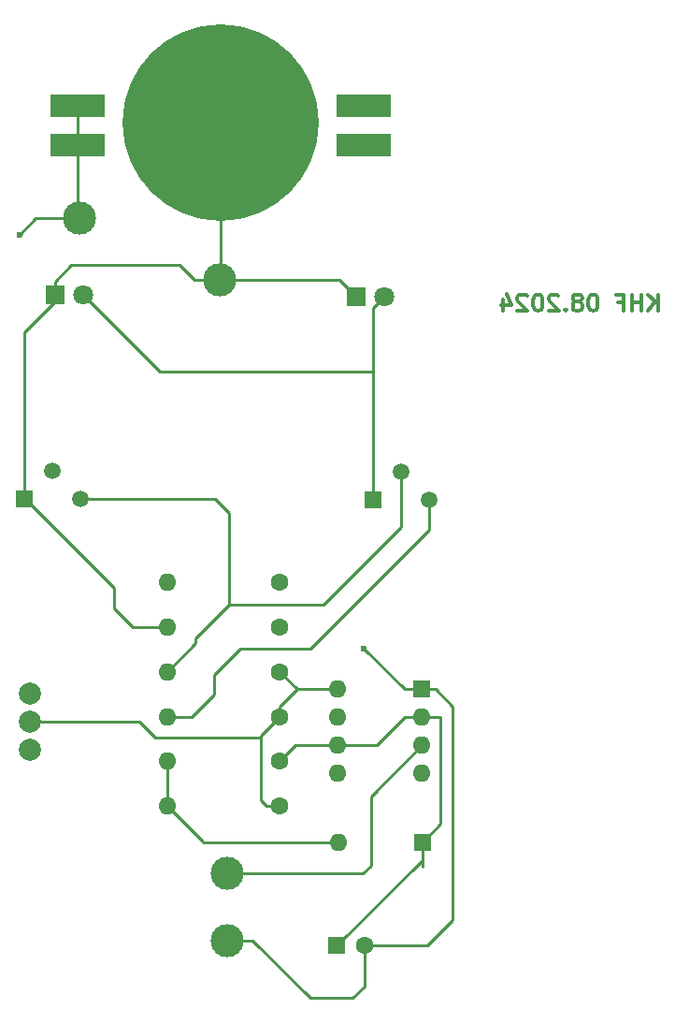
<source format=gbr>
%TF.GenerationSoftware,KiCad,Pcbnew,7.0.8*%
%TF.CreationDate,2024-09-06T18:28:13+02:00*%
%TF.ProjectId,Cow,436f772e-6b69-4636-9164-5f7063625858,rev?*%
%TF.SameCoordinates,Original*%
%TF.FileFunction,Copper,L2,Bot*%
%TF.FilePolarity,Positive*%
%FSLAX46Y46*%
G04 Gerber Fmt 4.6, Leading zero omitted, Abs format (unit mm)*
G04 Created by KiCad (PCBNEW 7.0.8) date 2024-09-06 18:28:13*
%MOMM*%
%LPD*%
G01*
G04 APERTURE LIST*
%ADD10C,0.300000*%
%TA.AperFunction,NonConductor*%
%ADD11C,0.300000*%
%TD*%
%TA.AperFunction,SMDPad,CuDef*%
%ADD12C,3.000000*%
%TD*%
%TA.AperFunction,ComponentPad*%
%ADD13R,1.800000X1.800000*%
%TD*%
%TA.AperFunction,ComponentPad*%
%ADD14C,1.800000*%
%TD*%
%TA.AperFunction,ComponentPad*%
%ADD15R,1.500000X1.500000*%
%TD*%
%TA.AperFunction,ComponentPad*%
%ADD16C,1.500000*%
%TD*%
%TA.AperFunction,ComponentPad*%
%ADD17R,1.600000X1.600000*%
%TD*%
%TA.AperFunction,ComponentPad*%
%ADD18C,1.600000*%
%TD*%
%TA.AperFunction,ComponentPad*%
%ADD19C,2.000000*%
%TD*%
%TA.AperFunction,ComponentPad*%
%ADD20O,1.600000X1.600000*%
%TD*%
%TA.AperFunction,SMDPad,CuDef*%
%ADD21R,5.000000X2.000000*%
%TD*%
%TA.AperFunction,SMDPad,CuDef*%
%ADD22C,17.780000*%
%TD*%
%TA.AperFunction,ViaPad*%
%ADD23C,0.600000*%
%TD*%
%TA.AperFunction,Conductor*%
%ADD24C,0.250000*%
%TD*%
G04 APERTURE END LIST*
D10*
D11*
X177495489Y-82400828D02*
X177495489Y-80900828D01*
X176638346Y-82400828D02*
X177281203Y-81543685D01*
X176638346Y-80900828D02*
X177495489Y-81757971D01*
X175995489Y-82400828D02*
X175995489Y-80900828D01*
X175995489Y-81615114D02*
X175138346Y-81615114D01*
X175138346Y-82400828D02*
X175138346Y-80900828D01*
X173924060Y-81615114D02*
X174424060Y-81615114D01*
X174424060Y-82400828D02*
X174424060Y-80900828D01*
X174424060Y-80900828D02*
X173709774Y-80900828D01*
X171709774Y-80900828D02*
X171566917Y-80900828D01*
X171566917Y-80900828D02*
X171424060Y-80972257D01*
X171424060Y-80972257D02*
X171352632Y-81043685D01*
X171352632Y-81043685D02*
X171281203Y-81186542D01*
X171281203Y-81186542D02*
X171209774Y-81472257D01*
X171209774Y-81472257D02*
X171209774Y-81829400D01*
X171209774Y-81829400D02*
X171281203Y-82115114D01*
X171281203Y-82115114D02*
X171352632Y-82257971D01*
X171352632Y-82257971D02*
X171424060Y-82329400D01*
X171424060Y-82329400D02*
X171566917Y-82400828D01*
X171566917Y-82400828D02*
X171709774Y-82400828D01*
X171709774Y-82400828D02*
X171852632Y-82329400D01*
X171852632Y-82329400D02*
X171924060Y-82257971D01*
X171924060Y-82257971D02*
X171995489Y-82115114D01*
X171995489Y-82115114D02*
X172066917Y-81829400D01*
X172066917Y-81829400D02*
X172066917Y-81472257D01*
X172066917Y-81472257D02*
X171995489Y-81186542D01*
X171995489Y-81186542D02*
X171924060Y-81043685D01*
X171924060Y-81043685D02*
X171852632Y-80972257D01*
X171852632Y-80972257D02*
X171709774Y-80900828D01*
X170352632Y-81543685D02*
X170495489Y-81472257D01*
X170495489Y-81472257D02*
X170566918Y-81400828D01*
X170566918Y-81400828D02*
X170638346Y-81257971D01*
X170638346Y-81257971D02*
X170638346Y-81186542D01*
X170638346Y-81186542D02*
X170566918Y-81043685D01*
X170566918Y-81043685D02*
X170495489Y-80972257D01*
X170495489Y-80972257D02*
X170352632Y-80900828D01*
X170352632Y-80900828D02*
X170066918Y-80900828D01*
X170066918Y-80900828D02*
X169924061Y-80972257D01*
X169924061Y-80972257D02*
X169852632Y-81043685D01*
X169852632Y-81043685D02*
X169781203Y-81186542D01*
X169781203Y-81186542D02*
X169781203Y-81257971D01*
X169781203Y-81257971D02*
X169852632Y-81400828D01*
X169852632Y-81400828D02*
X169924061Y-81472257D01*
X169924061Y-81472257D02*
X170066918Y-81543685D01*
X170066918Y-81543685D02*
X170352632Y-81543685D01*
X170352632Y-81543685D02*
X170495489Y-81615114D01*
X170495489Y-81615114D02*
X170566918Y-81686542D01*
X170566918Y-81686542D02*
X170638346Y-81829400D01*
X170638346Y-81829400D02*
X170638346Y-82115114D01*
X170638346Y-82115114D02*
X170566918Y-82257971D01*
X170566918Y-82257971D02*
X170495489Y-82329400D01*
X170495489Y-82329400D02*
X170352632Y-82400828D01*
X170352632Y-82400828D02*
X170066918Y-82400828D01*
X170066918Y-82400828D02*
X169924061Y-82329400D01*
X169924061Y-82329400D02*
X169852632Y-82257971D01*
X169852632Y-82257971D02*
X169781203Y-82115114D01*
X169781203Y-82115114D02*
X169781203Y-81829400D01*
X169781203Y-81829400D02*
X169852632Y-81686542D01*
X169852632Y-81686542D02*
X169924061Y-81615114D01*
X169924061Y-81615114D02*
X170066918Y-81543685D01*
X169138347Y-82257971D02*
X169066918Y-82329400D01*
X169066918Y-82329400D02*
X169138347Y-82400828D01*
X169138347Y-82400828D02*
X169209775Y-82329400D01*
X169209775Y-82329400D02*
X169138347Y-82257971D01*
X169138347Y-82257971D02*
X169138347Y-82400828D01*
X168495489Y-81043685D02*
X168424061Y-80972257D01*
X168424061Y-80972257D02*
X168281204Y-80900828D01*
X168281204Y-80900828D02*
X167924061Y-80900828D01*
X167924061Y-80900828D02*
X167781204Y-80972257D01*
X167781204Y-80972257D02*
X167709775Y-81043685D01*
X167709775Y-81043685D02*
X167638346Y-81186542D01*
X167638346Y-81186542D02*
X167638346Y-81329400D01*
X167638346Y-81329400D02*
X167709775Y-81543685D01*
X167709775Y-81543685D02*
X168566918Y-82400828D01*
X168566918Y-82400828D02*
X167638346Y-82400828D01*
X166709775Y-80900828D02*
X166566918Y-80900828D01*
X166566918Y-80900828D02*
X166424061Y-80972257D01*
X166424061Y-80972257D02*
X166352633Y-81043685D01*
X166352633Y-81043685D02*
X166281204Y-81186542D01*
X166281204Y-81186542D02*
X166209775Y-81472257D01*
X166209775Y-81472257D02*
X166209775Y-81829400D01*
X166209775Y-81829400D02*
X166281204Y-82115114D01*
X166281204Y-82115114D02*
X166352633Y-82257971D01*
X166352633Y-82257971D02*
X166424061Y-82329400D01*
X166424061Y-82329400D02*
X166566918Y-82400828D01*
X166566918Y-82400828D02*
X166709775Y-82400828D01*
X166709775Y-82400828D02*
X166852633Y-82329400D01*
X166852633Y-82329400D02*
X166924061Y-82257971D01*
X166924061Y-82257971D02*
X166995490Y-82115114D01*
X166995490Y-82115114D02*
X167066918Y-81829400D01*
X167066918Y-81829400D02*
X167066918Y-81472257D01*
X167066918Y-81472257D02*
X166995490Y-81186542D01*
X166995490Y-81186542D02*
X166924061Y-81043685D01*
X166924061Y-81043685D02*
X166852633Y-80972257D01*
X166852633Y-80972257D02*
X166709775Y-80900828D01*
X165638347Y-81043685D02*
X165566919Y-80972257D01*
X165566919Y-80972257D02*
X165424062Y-80900828D01*
X165424062Y-80900828D02*
X165066919Y-80900828D01*
X165066919Y-80900828D02*
X164924062Y-80972257D01*
X164924062Y-80972257D02*
X164852633Y-81043685D01*
X164852633Y-81043685D02*
X164781204Y-81186542D01*
X164781204Y-81186542D02*
X164781204Y-81329400D01*
X164781204Y-81329400D02*
X164852633Y-81543685D01*
X164852633Y-81543685D02*
X165709776Y-82400828D01*
X165709776Y-82400828D02*
X164781204Y-82400828D01*
X163495491Y-81400828D02*
X163495491Y-82400828D01*
X163852633Y-80829400D02*
X164209776Y-81900828D01*
X164209776Y-81900828D02*
X163281205Y-81900828D01*
D12*
%TO.P,,1*%
%TO.N,Net-(D1-K)*%
X138456191Y-139320000D03*
%TD*%
D13*
%TO.P,D2,1,K*%
%TO.N,Net-(D1-K)*%
X150175000Y-81120000D03*
D14*
%TO.P,D2,2,A*%
%TO.N,Net-(D1-A)*%
X152715000Y-81120000D03*
%TD*%
D13*
%TO.P,D1,1,K*%
%TO.N,Net-(D1-K)*%
X122900000Y-80960000D03*
D14*
%TO.P,D1,2,A*%
%TO.N,Net-(D1-A)*%
X125440000Y-80960000D03*
%TD*%
D15*
%TO.P,Q2,1,E*%
%TO.N,Net-(D1-A)*%
X151730000Y-99500000D03*
D16*
%TO.P,Q2,2,B*%
%TO.N,Net-(Q1-C)*%
X154270000Y-96960000D03*
%TO.P,Q2,3,C*%
%TO.N,Net-(Q2-C)*%
X156810000Y-99500000D03*
%TD*%
D12*
%TO.P,,1*%
%TO.N,Net-(S1-A-Pad1)*%
X125140000Y-74030000D03*
%TD*%
D15*
%TO.P,Q1,1,E*%
%TO.N,Net-(D1-K)*%
X120130000Y-99380000D03*
D16*
%TO.P,Q1,2,B*%
%TO.N,Net-(Q1-B)*%
X122670000Y-96840000D03*
%TO.P,Q1,3,C*%
%TO.N,Net-(Q1-C)*%
X125210000Y-99380000D03*
%TD*%
D12*
%TO.P,,1*%
%TO.N,unconnected-(U1-Q-Pad3)*%
X138456191Y-133300000D03*
%TD*%
D17*
%TO.P,C1,1*%
%TO.N,Net-(D3-K)*%
X148410000Y-139800000D03*
D18*
%TO.P,C1,2*%
%TO.N,Net-(D1-K)*%
X150910000Y-139800000D03*
%TD*%
D19*
%TO.P,S1,1,A*%
%TO.N,Net-(S1-A-Pad1)*%
X120620000Y-117030000D03*
%TO.P,S1,2,E*%
%TO.N,Net-(S1-E)*%
X120620000Y-119570000D03*
%TO.P,S1,3,A*%
%TO.N,unconnected-(S1-A-Pad3)*%
X120620000Y-122110000D03*
%TD*%
D18*
%TO.P,R3,1*%
%TO.N,Net-(D3-K)*%
X143260000Y-106930000D03*
D20*
%TO.P,R3,2*%
%TO.N,Net-(Q1-B)*%
X133100000Y-106930000D03*
%TD*%
D18*
%TO.P,R7,1*%
%TO.N,Net-(D3-K)*%
X143260000Y-123130000D03*
D20*
%TO.P,R7,2*%
%TO.N,Net-(D3-A)*%
X133100000Y-123130000D03*
%TD*%
D17*
%TO.P,U1,1,GND*%
%TO.N,Net-(D1-K)*%
X156120000Y-116620000D03*
D20*
%TO.P,U1,2,TR*%
%TO.N,Net-(D3-K)*%
X156120000Y-119160000D03*
%TO.P,U1,3,Q*%
%TO.N,unconnected-(U1-Q-Pad3)*%
X156120000Y-121700000D03*
%TO.P,U1,4,R*%
%TO.N,Net-(S1-E)*%
X156120000Y-124240000D03*
%TO.P,U1,5,CV*%
%TO.N,unconnected-(U1-CV-Pad5)*%
X148500000Y-124240000D03*
%TO.P,U1,6,THR*%
%TO.N,Net-(D3-K)*%
X148500000Y-121700000D03*
%TO.P,U1,7,DIS*%
%TO.N,Net-(D3-A)*%
X148500000Y-119160000D03*
%TO.P,U1,8,VCC*%
%TO.N,Net-(S1-E)*%
X148500000Y-116620000D03*
%TD*%
D18*
%TO.P,R6,1*%
%TO.N,Net-(S1-E)*%
X143260000Y-119080000D03*
D20*
%TO.P,R6,2*%
%TO.N,Net-(Q2-C)*%
X133100000Y-119080000D03*
%TD*%
D21*
%TO.P,U2,*%
%TO.N,*%
X150844000Y-67362000D03*
X150844000Y-63806000D03*
%TO.P,U2,1*%
%TO.N,Net-(S1-A-Pad1)*%
X124950000Y-67362000D03*
X124950000Y-63806000D03*
D22*
%TO.P,U2,2*%
%TO.N,Net-(D1-K)*%
X137890000Y-65330000D03*
%TD*%
D18*
%TO.P,R1off1,1*%
%TO.N,Net-(S1-E)*%
X143260000Y-127180000D03*
D20*
%TO.P,R1off1,2*%
%TO.N,Net-(D3-A)*%
X133100000Y-127180000D03*
%TD*%
D18*
%TO.P,R4,1*%
%TO.N,Net-(Q1-B)*%
X143260000Y-110980000D03*
D20*
%TO.P,R4,2*%
%TO.N,Net-(D1-K)*%
X133100000Y-110980000D03*
%TD*%
D12*
%TO.P,+,1*%
%TO.N,Net-(D1-K)*%
X137840000Y-79560000D03*
%TD*%
D17*
%TO.P,D3,1,K*%
%TO.N,Net-(D3-K)*%
X156160000Y-130450000D03*
D20*
%TO.P,D3,2,A*%
%TO.N,Net-(D3-A)*%
X148540000Y-130450000D03*
%TD*%
D18*
%TO.P,R5,1*%
%TO.N,Net-(S1-E)*%
X143260000Y-115030000D03*
D20*
%TO.P,R5,2*%
%TO.N,Net-(Q1-C)*%
X133100000Y-115030000D03*
%TD*%
D23*
%TO.N,Net-(D1-K)*%
X150870000Y-112940000D03*
%TO.N,Net-(S1-A-Pad1)*%
X119680000Y-75480000D03*
%TD*%
D24*
%TO.N,Net-(D3-A)*%
X133100000Y-123130000D02*
X133100000Y-127180000D01*
%TO.N,Net-(D3-K)*%
X156120000Y-119160000D02*
X154560000Y-119160000D01*
X157800000Y-119160000D02*
X157800000Y-128810000D01*
X148410000Y-139800000D02*
X156160000Y-132050000D01*
X156160000Y-131810000D02*
X156160000Y-132660000D01*
X152020000Y-121700000D02*
X148500000Y-121700000D01*
X156160000Y-132050000D02*
X156160000Y-131810000D01*
X154560000Y-119160000D02*
X152020000Y-121700000D01*
X156120000Y-119160000D02*
X157800000Y-119160000D01*
X148500000Y-121700000D02*
X144690000Y-121700000D01*
X144690000Y-121700000D02*
X143260000Y-123130000D01*
X156160000Y-130450000D02*
X156160000Y-131810000D01*
X157800000Y-128810000D02*
X156160000Y-130450000D01*
%TO.N,Net-(D1-K)*%
X137890000Y-65330000D02*
X137890000Y-79510000D01*
X137840000Y-79560000D02*
X148615000Y-79560000D01*
X128270000Y-107470000D02*
X128270000Y-109330000D01*
X150910000Y-143490000D02*
X150910000Y-139800000D01*
X137840000Y-79560000D02*
X135540000Y-79560000D01*
X120180000Y-99380000D02*
X128270000Y-107470000D01*
X129920000Y-110980000D02*
X133100000Y-110980000D01*
X122900000Y-81560000D02*
X120130000Y-84330000D01*
X149840000Y-144560000D02*
X150910000Y-143490000D01*
X146010000Y-144560000D02*
X140770000Y-139320000D01*
X135540000Y-79560000D02*
X134210000Y-78230000D01*
X122900000Y-80960000D02*
X122900000Y-81560000D01*
X140770000Y-139320000D02*
X138456191Y-139320000D01*
X128270000Y-109330000D02*
X129920000Y-110980000D01*
X150870000Y-112940000D02*
X154550000Y-116620000D01*
X146010000Y-144560000D02*
X149840000Y-144560000D01*
X156120000Y-116620000D02*
X157400000Y-116620000D01*
X154550000Y-116620000D02*
X156120000Y-116620000D01*
X124380000Y-78230000D02*
X122900000Y-79710000D01*
X134210000Y-78230000D02*
X124380000Y-78230000D01*
X122900000Y-79710000D02*
X122900000Y-80960000D01*
X120130000Y-84330000D02*
X120130000Y-99380000D01*
X120130000Y-99380000D02*
X120180000Y-99380000D01*
X156640000Y-139800000D02*
X150910000Y-139800000D01*
X157400000Y-116620000D02*
X158940000Y-118160000D01*
X158940000Y-137500000D02*
X156640000Y-139800000D01*
X137890000Y-79510000D02*
X137840000Y-79560000D01*
X158940000Y-118160000D02*
X158940000Y-137500000D01*
X148615000Y-79560000D02*
X150175000Y-81120000D01*
%TO.N,Net-(D1-A)*%
X151730000Y-82105000D02*
X151730000Y-87890000D01*
X152715000Y-81120000D02*
X151730000Y-82105000D01*
X132370000Y-87890000D02*
X151730000Y-87890000D01*
X125440000Y-80960000D02*
X132370000Y-87890000D01*
X151730000Y-87890000D02*
X151730000Y-99500000D01*
%TO.N,Net-(D3-A)*%
X136280000Y-130450000D02*
X136280000Y-130360000D01*
X148540000Y-130450000D02*
X136280000Y-130450000D01*
X136280000Y-130360000D02*
X133100000Y-127180000D01*
%TO.N,Net-(Q1-C)*%
X147220000Y-109000000D02*
X138700000Y-109000000D01*
X125210000Y-99380000D02*
X137380000Y-99380000D01*
X135660000Y-112040000D02*
X135660000Y-112470000D01*
X154270000Y-96960000D02*
X154270000Y-101950000D01*
X137380000Y-99380000D02*
X138700000Y-100700000D01*
X138700000Y-109000000D02*
X135660000Y-112040000D01*
X135660000Y-112470000D02*
X133100000Y-115030000D01*
X138700000Y-100700000D02*
X138700000Y-109000000D01*
X154270000Y-101950000D02*
X147220000Y-109000000D01*
%TO.N,Net-(Q2-C)*%
X139660000Y-112940000D02*
X137310000Y-115290000D01*
X156810000Y-102180000D02*
X146050000Y-112940000D01*
X137310000Y-117050000D02*
X135280000Y-119080000D01*
X146050000Y-112940000D02*
X139660000Y-112940000D01*
X135280000Y-119080000D02*
X133100000Y-119080000D01*
X137310000Y-115290000D02*
X137310000Y-117050000D01*
X156810000Y-99500000D02*
X156810000Y-102180000D01*
%TO.N,Net-(S1-E)*%
X141510000Y-120830000D02*
X141510000Y-126660000D01*
X130570000Y-119570000D02*
X131970000Y-120970000D01*
X120620000Y-119570000D02*
X130570000Y-119570000D01*
X142030000Y-127180000D02*
X143260000Y-127180000D01*
X143260000Y-118210000D02*
X143260000Y-119080000D01*
X141510000Y-120830000D02*
X143260000Y-119080000D01*
X141510000Y-120970000D02*
X141510000Y-120830000D01*
X148500000Y-116620000D02*
X144850000Y-116620000D01*
X144850000Y-116620000D02*
X143260000Y-118210000D01*
X144850000Y-116620000D02*
X143260000Y-115030000D01*
X141510000Y-126660000D02*
X142030000Y-127180000D01*
X131970000Y-120970000D02*
X141510000Y-120970000D01*
%TO.N,Net-(S1-A-Pad1)*%
X124950000Y-63806000D02*
X124950000Y-67362000D01*
X124950000Y-67362000D02*
X124950000Y-73840000D01*
X124950000Y-73840000D02*
X125140000Y-74030000D01*
X121130000Y-74030000D02*
X125140000Y-74030000D01*
X119680000Y-75480000D02*
X121130000Y-74030000D01*
%TO.N,unconnected-(U1-Q-Pad3)*%
X138456191Y-133300000D02*
X150810000Y-133300000D01*
X151520000Y-126300000D02*
X156120000Y-121700000D01*
X150810000Y-133300000D02*
X151520000Y-132590000D01*
X151520000Y-132590000D02*
X151520000Y-126300000D01*
%TD*%
M02*

</source>
